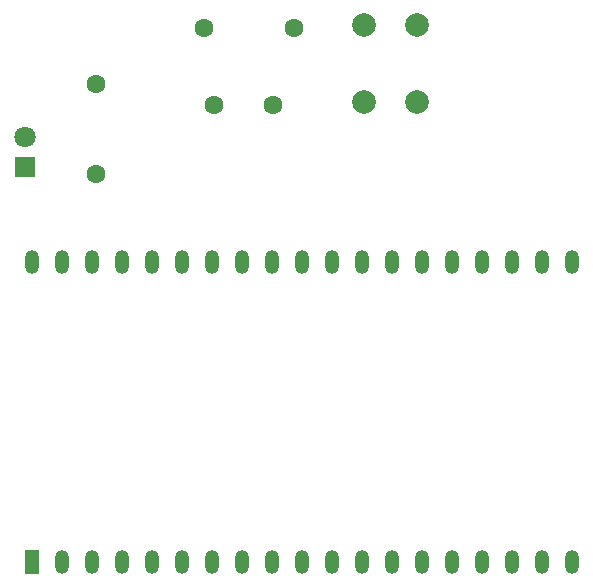
<source format=gbs>
%TF.GenerationSoftware,KiCad,Pcbnew,9.0.7*%
%TF.CreationDate,2026-01-31T08:24:15+01:00*%
%TF.ProjectId,p2,70322e6b-6963-4616-945f-706362585858,rev?*%
%TF.SameCoordinates,Original*%
%TF.FileFunction,Soldermask,Bot*%
%TF.FilePolarity,Negative*%
%FSLAX46Y46*%
G04 Gerber Fmt 4.6, Leading zero omitted, Abs format (unit mm)*
G04 Created by KiCad (PCBNEW 9.0.7) date 2026-01-31 08:24:15*
%MOMM*%
%LPD*%
G01*
G04 APERTURE LIST*
%ADD10R,1.200000X2.000000*%
%ADD11O,1.200000X2.000000*%
%ADD12C,2.000000*%
%ADD13C,1.600000*%
%ADD14R,1.800000X1.800000*%
%ADD15C,1.800000*%
G04 APERTURE END LIST*
D10*
%TO.C,U1*%
X122596560Y-106200000D03*
D11*
X125136560Y-106200000D03*
X127676560Y-106200000D03*
X130216560Y-106200000D03*
X132756560Y-106200000D03*
X135296560Y-106200000D03*
X137836560Y-106200000D03*
X140376560Y-106200000D03*
X142916560Y-106200000D03*
X145456560Y-106200000D03*
X147996560Y-106200000D03*
X150536560Y-106200000D03*
X153076560Y-106200000D03*
X155616560Y-106200000D03*
X158156560Y-106200000D03*
X160696560Y-106200000D03*
X163236560Y-106200000D03*
X165776560Y-106200000D03*
X168316560Y-106200000D03*
X168313840Y-80803680D03*
X165773840Y-80803680D03*
X163236560Y-80800000D03*
X160696560Y-80800000D03*
X158156560Y-80800000D03*
X155616560Y-80800000D03*
X153076560Y-80800000D03*
X150536560Y-80800000D03*
X147996560Y-80800000D03*
X145456560Y-80800000D03*
X142916560Y-80800000D03*
X140376560Y-80800000D03*
X137836560Y-80800000D03*
X135296560Y-80800000D03*
X132756560Y-80800000D03*
X130216560Y-80800000D03*
X127676560Y-80800000D03*
X125136560Y-80800000D03*
X122596560Y-80800000D03*
%TD*%
D12*
%TO.C,SW1*%
X155250000Y-60750000D03*
X155250000Y-67250000D03*
X150750000Y-60750000D03*
X150750000Y-67250000D03*
%TD*%
D13*
%TO.C,R2*%
X144810000Y-61000000D03*
X137190000Y-61000000D03*
%TD*%
%TO.C,R1*%
X128000000Y-73310000D03*
X128000000Y-65690000D03*
%TD*%
D14*
%TO.C,D1*%
X122000000Y-72770000D03*
D15*
X122000000Y-70230000D03*
%TD*%
D13*
%TO.C,C1*%
X143000000Y-67500000D03*
X138000000Y-67500000D03*
%TD*%
M02*

</source>
